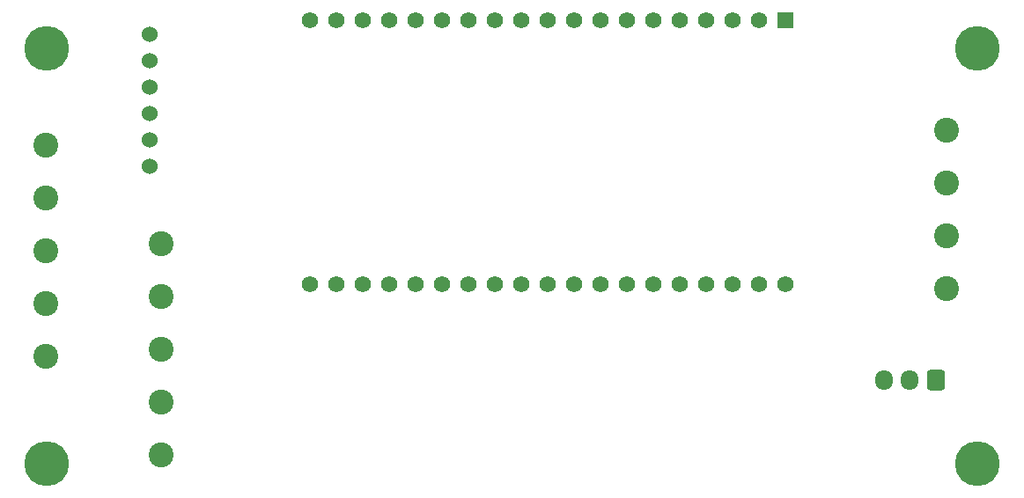
<source format=gbs>
%TF.GenerationSoftware,KiCad,Pcbnew,(6.0.1)*%
%TF.CreationDate,2022-02-01T16:24:05+01:00*%
%TF.ProjectId,Drawer_Controller,44726177-6572-45f4-936f-6e74726f6c6c,rev?*%
%TF.SameCoordinates,Original*%
%TF.FileFunction,Soldermask,Bot*%
%TF.FilePolarity,Negative*%
%FSLAX46Y46*%
G04 Gerber Fmt 4.6, Leading zero omitted, Abs format (unit mm)*
G04 Created by KiCad (PCBNEW (6.0.1)) date 2022-02-01 16:24:05*
%MOMM*%
%LPD*%
G01*
G04 APERTURE LIST*
G04 Aperture macros list*
%AMRoundRect*
0 Rectangle with rounded corners*
0 $1 Rounding radius*
0 $2 $3 $4 $5 $6 $7 $8 $9 X,Y pos of 4 corners*
0 Add a 4 corners polygon primitive as box body*
4,1,4,$2,$3,$4,$5,$6,$7,$8,$9,$2,$3,0*
0 Add four circle primitives for the rounded corners*
1,1,$1+$1,$2,$3*
1,1,$1+$1,$4,$5*
1,1,$1+$1,$6,$7*
1,1,$1+$1,$8,$9*
0 Add four rect primitives between the rounded corners*
20,1,$1+$1,$2,$3,$4,$5,0*
20,1,$1+$1,$4,$5,$6,$7,0*
20,1,$1+$1,$6,$7,$8,$9,0*
20,1,$1+$1,$8,$9,$2,$3,0*%
G04 Aperture macros list end*
%ADD10R,1.560000X1.560000*%
%ADD11C,1.560000*%
%ADD12C,2.400000*%
%ADD13C,1.524000*%
%ADD14C,4.300000*%
%ADD15RoundRect,0.250000X0.600000X0.725000X-0.600000X0.725000X-0.600000X-0.725000X0.600000X-0.725000X0*%
%ADD16O,1.700000X1.950000*%
G04 APERTURE END LIST*
D10*
%TO.C,U1*%
X179030000Y-102300000D03*
D11*
X176490000Y-102300000D03*
X173950000Y-102300000D03*
X171410000Y-102300000D03*
X168870000Y-102300000D03*
X166330000Y-102300000D03*
X163790000Y-102300000D03*
X161250000Y-102300000D03*
X158710000Y-102300000D03*
X156170000Y-102300000D03*
X153630000Y-102300000D03*
X151090000Y-102300000D03*
X148550000Y-102300000D03*
X146010000Y-102300000D03*
X143470000Y-102300000D03*
X140930000Y-102300000D03*
X138390000Y-102300000D03*
X135850000Y-102300000D03*
X133310000Y-102300000D03*
X179030000Y-127700000D03*
X176490000Y-127700000D03*
X173950000Y-127700000D03*
X171410000Y-127700000D03*
X168870000Y-127700000D03*
X166330000Y-127700000D03*
X163790000Y-127700000D03*
X161250000Y-127700000D03*
X158710000Y-127700000D03*
X156170000Y-127700000D03*
X153630000Y-127700000D03*
X151090000Y-127700000D03*
X148550000Y-127700000D03*
X146010000Y-127700000D03*
X143470000Y-127700000D03*
X140930000Y-127700000D03*
X138390000Y-127700000D03*
X135850000Y-127700000D03*
X133310000Y-127700000D03*
%TD*%
D12*
%TO.C,J1*%
X107900000Y-134660000D03*
X107900000Y-129580000D03*
X107900000Y-124500000D03*
X107900000Y-119420000D03*
X107900000Y-114340000D03*
%TD*%
D13*
%TO.C,CAN1*%
X117920000Y-103650000D03*
X117920000Y-106190000D03*
X117920000Y-108730000D03*
X117920000Y-111270000D03*
X117920000Y-113810000D03*
X117920000Y-116350000D03*
%TD*%
D14*
%TO.C,H4*%
X197500000Y-145000000D03*
%TD*%
D12*
%TO.C,J3*%
X119000000Y-144160000D03*
X119000000Y-139080000D03*
X119000000Y-134000000D03*
X119000000Y-128920000D03*
X119000000Y-123840000D03*
%TD*%
D14*
%TO.C,H1*%
X108000000Y-105000000D03*
%TD*%
%TO.C,H2*%
X197500000Y-105000000D03*
%TD*%
%TO.C,H3*%
X108000000Y-145000000D03*
%TD*%
D15*
%TO.C,J2*%
X193500000Y-136925000D03*
D16*
X191000000Y-136925000D03*
X188500000Y-136925000D03*
%TD*%
D12*
%TO.C,J4*%
X194500000Y-112880000D03*
X194500000Y-117960000D03*
X194500000Y-123040000D03*
X194500000Y-128120000D03*
%TD*%
M02*

</source>
